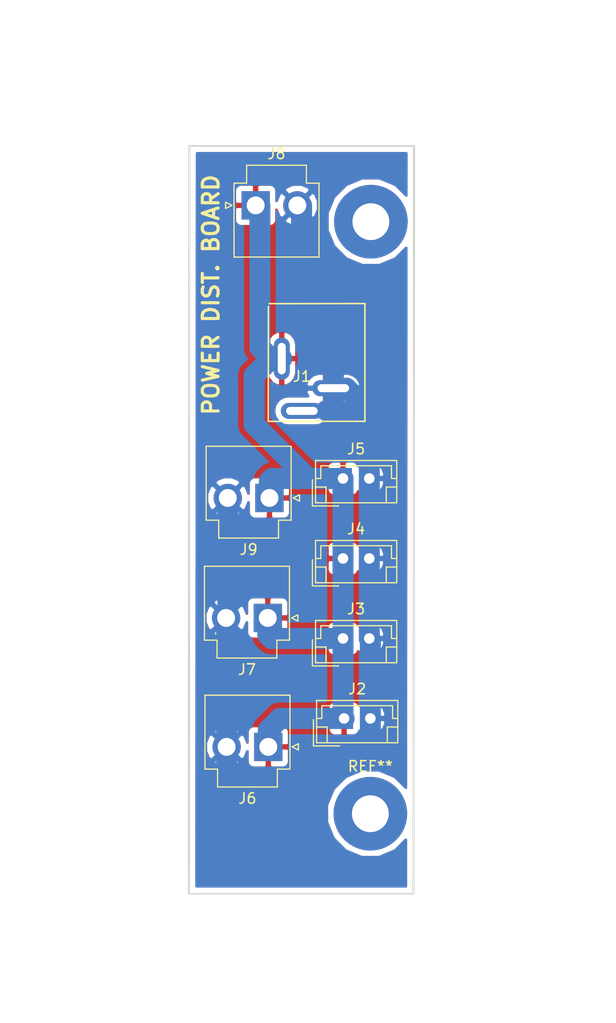
<source format=kicad_pcb>
(kicad_pcb (version 20171130) (host pcbnew "(5.0.0-3-g5ebb6b6)")

  (general
    (thickness 1.6)
    (drawings 7)
    (tracks 47)
    (zones 0)
    (modules 11)
    (nets 3)
  )

  (page A4)
  (layers
    (0 F.Cu signal)
    (31 B.Cu signal)
    (32 B.Adhes user)
    (33 F.Adhes user)
    (34 B.Paste user)
    (35 F.Paste user)
    (36 B.SilkS user)
    (37 F.SilkS user)
    (38 B.Mask user)
    (39 F.Mask user)
    (40 Dwgs.User user)
    (41 Cmts.User user)
    (42 Eco1.User user)
    (43 Eco2.User user)
    (44 Edge.Cuts user)
    (45 Margin user)
    (46 B.CrtYd user)
    (47 F.CrtYd user)
    (48 B.Fab user)
    (49 F.Fab user)
  )

  (setup
    (last_trace_width 0.25)
    (trace_clearance 0.2)
    (zone_clearance 0.508)
    (zone_45_only no)
    (trace_min 0.2)
    (segment_width 0.2)
    (edge_width 0.15)
    (via_size 0.8)
    (via_drill 0.4)
    (via_min_size 0.4)
    (via_min_drill 0.3)
    (uvia_size 0.3)
    (uvia_drill 0.1)
    (uvias_allowed no)
    (uvia_min_size 0.2)
    (uvia_min_drill 0.1)
    (pcb_text_width 0.3)
    (pcb_text_size 1.5 1.5)
    (mod_edge_width 0.15)
    (mod_text_size 1 1)
    (mod_text_width 0.15)
    (pad_size 1.524 1.524)
    (pad_drill 0.762)
    (pad_to_mask_clearance 0.2)
    (aux_axis_origin 0 0)
    (visible_elements FFFFFF7F)
    (pcbplotparams
      (layerselection 0x010fc_ffffffff)
      (usegerberextensions false)
      (usegerberattributes false)
      (usegerberadvancedattributes false)
      (creategerberjobfile false)
      (excludeedgelayer true)
      (linewidth 0.100000)
      (plotframeref false)
      (viasonmask false)
      (mode 1)
      (useauxorigin false)
      (hpglpennumber 1)
      (hpglpenspeed 20)
      (hpglpendiameter 15.000000)
      (psnegative false)
      (psa4output false)
      (plotreference true)
      (plotvalue true)
      (plotinvisibletext false)
      (padsonsilk false)
      (subtractmaskfromsilk false)
      (outputformat 1)
      (mirror false)
      (drillshape 0)
      (scaleselection 1)
      (outputdirectory "Gerber/"))
  )

  (net 0 "")
  (net 1 "Net-(J1-Pad1)")
  (net 2 "Net-(J1-Pad2)")

  (net_class Default "This is the default net class."
    (clearance 0.2)
    (trace_width 0.25)
    (via_dia 0.8)
    (via_drill 0.4)
    (uvia_dia 0.3)
    (uvia_drill 0.1)
    (add_net "Net-(J1-Pad1)")
    (add_net "Net-(J1-Pad2)")
  )

  (module MountingHole:MountingHole_3.5mm_Pad (layer F.Cu) (tedit 56D1B4CB) (tstamp 5CD4953E)
    (at 158.05 138.75)
    (descr "Mounting Hole 3.5mm")
    (tags "mounting hole 3.5mm")
    (attr virtual)
    (fp_text reference REF** (at 0 -4.5) (layer F.SilkS)
      (effects (font (size 1 1) (thickness 0.15)))
    )
    (fp_text value MountingHole_3.5mm_Pad (at 0 4.5) (layer F.Fab)
      (effects (font (size 1 1) (thickness 0.15)))
    )
    (fp_text user %R (at 0.3 0) (layer F.Fab)
      (effects (font (size 1 1) (thickness 0.15)))
    )
    (fp_circle (center 0 0) (end 3.5 0) (layer Cmts.User) (width 0.15))
    (fp_circle (center 0 0) (end 3.75 0) (layer F.CrtYd) (width 0.05))
    (pad 1 thru_hole circle (at 0 0) (size 7 7) (drill 3.5) (layers *.Cu *.Mask))
  )

  (module "Connector_BarrelJack:Barrel Jack Vertical" (layer F.Cu) (tedit 5C6FD438) (tstamp 5CD49ABD)
    (at 151.55 96.7)
    (path /5C6FCBD8)
    (fp_text reference J1 (at 0 0.5) (layer F.SilkS)
      (effects (font (size 1 1) (thickness 0.15)))
    )
    (fp_text value Barrel_Jack_MountingPin (at 0 -0.5) (layer F.Fab)
      (effects (font (size 1 1) (thickness 0.15)))
    )
    (fp_line (start -3.19 -6.15) (end -3.2 4.77) (layer F.SilkS) (width 0.15))
    (fp_line (start -3.2 4.77) (end 5.98 4.77) (layer F.SilkS) (width 0.15))
    (fp_line (start 5.98 4.77) (end 5.98 -6.42) (layer F.SilkS) (width 0.15))
    (fp_line (start 5.98 -6.42) (end -3.12 -6.41) (layer F.SilkS) (width 0.15))
    (pad 1 thru_hole oval (at -1.92 -1.19) (size 1.524 4) (drill oval 0.762 3) (layers *.Cu *.Mask)
      (net 1 "Net-(J1-Pad1)"))
    (pad 2 thru_hole oval (at 2.98 1.62 270) (size 1.524 4) (drill oval 0.762 3) (layers *.Cu *.Mask)
      (net 2 "Net-(J1-Pad2)"))
    (pad 3 thru_hole oval (at -0.01 3.78 270) (size 1.524 4) (drill oval 0.762 3) (layers *.Cu *.Mask))
  )

  (module Connector_JST:JST_EH_B02B-EH-A_1x02_P2.50mm_Vertical (layer F.Cu) (tedit 5A0EB040) (tstamp 5C87D28C)
    (at 155.55 129.7)
    (descr "JST EH series connector, B02B-EH-A (http://www.jst-mfg.com/product/pdf/eng/eEH.pdf), generated with kicad-footprint-generator")
    (tags "connector JST EH side entry")
    (path /5C6FCC2E)
    (fp_text reference J2 (at 1.25 -2.8) (layer F.SilkS)
      (effects (font (size 1 1) (thickness 0.15)))
    )
    (fp_text value Conn_01x02 (at 1.25 3.4) (layer F.Fab)
      (effects (font (size 1 1) (thickness 0.15)))
    )
    (fp_line (start -2.5 -1.6) (end -2.5 2.2) (layer F.Fab) (width 0.1))
    (fp_line (start -2.5 2.2) (end 5 2.2) (layer F.Fab) (width 0.1))
    (fp_line (start 5 2.2) (end 5 -1.6) (layer F.Fab) (width 0.1))
    (fp_line (start 5 -1.6) (end -2.5 -1.6) (layer F.Fab) (width 0.1))
    (fp_line (start -3 -2.1) (end -3 2.7) (layer F.CrtYd) (width 0.05))
    (fp_line (start -3 2.7) (end 5.5 2.7) (layer F.CrtYd) (width 0.05))
    (fp_line (start 5.5 2.7) (end 5.5 -2.1) (layer F.CrtYd) (width 0.05))
    (fp_line (start 5.5 -2.1) (end -3 -2.1) (layer F.CrtYd) (width 0.05))
    (fp_line (start -2.61 -1.71) (end -2.61 2.31) (layer F.SilkS) (width 0.12))
    (fp_line (start -2.61 2.31) (end 5.11 2.31) (layer F.SilkS) (width 0.12))
    (fp_line (start 5.11 2.31) (end 5.11 -1.71) (layer F.SilkS) (width 0.12))
    (fp_line (start 5.11 -1.71) (end -2.61 -1.71) (layer F.SilkS) (width 0.12))
    (fp_line (start -2.61 0) (end -2.11 0) (layer F.SilkS) (width 0.12))
    (fp_line (start -2.11 0) (end -2.11 -1.21) (layer F.SilkS) (width 0.12))
    (fp_line (start -2.11 -1.21) (end 4.61 -1.21) (layer F.SilkS) (width 0.12))
    (fp_line (start 4.61 -1.21) (end 4.61 0) (layer F.SilkS) (width 0.12))
    (fp_line (start 4.61 0) (end 5.11 0) (layer F.SilkS) (width 0.12))
    (fp_line (start -2.61 0.81) (end -1.61 0.81) (layer F.SilkS) (width 0.12))
    (fp_line (start -1.61 0.81) (end -1.61 2.31) (layer F.SilkS) (width 0.12))
    (fp_line (start 5.11 0.81) (end 4.11 0.81) (layer F.SilkS) (width 0.12))
    (fp_line (start 4.11 0.81) (end 4.11 2.31) (layer F.SilkS) (width 0.12))
    (fp_line (start -2.91 0.11) (end -2.91 2.61) (layer F.SilkS) (width 0.12))
    (fp_line (start -2.91 2.61) (end -0.41 2.61) (layer F.SilkS) (width 0.12))
    (fp_line (start -2.91 0.11) (end -2.91 2.61) (layer F.Fab) (width 0.1))
    (fp_line (start -2.91 2.61) (end -0.41 2.61) (layer F.Fab) (width 0.1))
    (fp_text user %R (at 1.25 1.5) (layer F.Fab)
      (effects (font (size 1 1) (thickness 0.15)))
    )
    (pad 1 thru_hole rect (at 0 0) (size 1.7 2) (drill 1) (layers *.Cu *.Mask)
      (net 1 "Net-(J1-Pad1)"))
    (pad 2 thru_hole oval (at 2.5 0) (size 1.7 2) (drill 1) (layers *.Cu *.Mask)
      (net 2 "Net-(J1-Pad2)"))
    (model ${KISYS3DMOD}/Connector_JST.3dshapes/JST_EH_B02B-EH-A_1x02_P2.50mm_Vertical.wrl
      (at (xyz 0 0 0))
      (scale (xyz 1 1 1))
      (rotate (xyz 0 0 0))
    )
  )

  (module Connector_JST:JST_EH_B02B-EH-A_1x02_P2.50mm_Vertical (layer F.Cu) (tedit 5A0EB040) (tstamp 5C87D178)
    (at 155.45 122.1)
    (descr "JST EH series connector, B02B-EH-A (http://www.jst-mfg.com/product/pdf/eng/eEH.pdf), generated with kicad-footprint-generator")
    (tags "connector JST EH side entry")
    (path /5C6FCC92)
    (fp_text reference J3 (at 1.25 -2.8) (layer F.SilkS)
      (effects (font (size 1 1) (thickness 0.15)))
    )
    (fp_text value Conn_01x02 (at 1.25 3.4) (layer F.Fab)
      (effects (font (size 1 1) (thickness 0.15)))
    )
    (fp_text user %R (at 1.25 1.5) (layer F.Fab)
      (effects (font (size 1 1) (thickness 0.15)))
    )
    (fp_line (start -2.91 2.61) (end -0.41 2.61) (layer F.Fab) (width 0.1))
    (fp_line (start -2.91 0.11) (end -2.91 2.61) (layer F.Fab) (width 0.1))
    (fp_line (start -2.91 2.61) (end -0.41 2.61) (layer F.SilkS) (width 0.12))
    (fp_line (start -2.91 0.11) (end -2.91 2.61) (layer F.SilkS) (width 0.12))
    (fp_line (start 4.11 0.81) (end 4.11 2.31) (layer F.SilkS) (width 0.12))
    (fp_line (start 5.11 0.81) (end 4.11 0.81) (layer F.SilkS) (width 0.12))
    (fp_line (start -1.61 0.81) (end -1.61 2.31) (layer F.SilkS) (width 0.12))
    (fp_line (start -2.61 0.81) (end -1.61 0.81) (layer F.SilkS) (width 0.12))
    (fp_line (start 4.61 0) (end 5.11 0) (layer F.SilkS) (width 0.12))
    (fp_line (start 4.61 -1.21) (end 4.61 0) (layer F.SilkS) (width 0.12))
    (fp_line (start -2.11 -1.21) (end 4.61 -1.21) (layer F.SilkS) (width 0.12))
    (fp_line (start -2.11 0) (end -2.11 -1.21) (layer F.SilkS) (width 0.12))
    (fp_line (start -2.61 0) (end -2.11 0) (layer F.SilkS) (width 0.12))
    (fp_line (start 5.11 -1.71) (end -2.61 -1.71) (layer F.SilkS) (width 0.12))
    (fp_line (start 5.11 2.31) (end 5.11 -1.71) (layer F.SilkS) (width 0.12))
    (fp_line (start -2.61 2.31) (end 5.11 2.31) (layer F.SilkS) (width 0.12))
    (fp_line (start -2.61 -1.71) (end -2.61 2.31) (layer F.SilkS) (width 0.12))
    (fp_line (start 5.5 -2.1) (end -3 -2.1) (layer F.CrtYd) (width 0.05))
    (fp_line (start 5.5 2.7) (end 5.5 -2.1) (layer F.CrtYd) (width 0.05))
    (fp_line (start -3 2.7) (end 5.5 2.7) (layer F.CrtYd) (width 0.05))
    (fp_line (start -3 -2.1) (end -3 2.7) (layer F.CrtYd) (width 0.05))
    (fp_line (start 5 -1.6) (end -2.5 -1.6) (layer F.Fab) (width 0.1))
    (fp_line (start 5 2.2) (end 5 -1.6) (layer F.Fab) (width 0.1))
    (fp_line (start -2.5 2.2) (end 5 2.2) (layer F.Fab) (width 0.1))
    (fp_line (start -2.5 -1.6) (end -2.5 2.2) (layer F.Fab) (width 0.1))
    (pad 2 thru_hole oval (at 2.5 0) (size 1.7 2) (drill 1) (layers *.Cu *.Mask)
      (net 2 "Net-(J1-Pad2)"))
    (pad 1 thru_hole rect (at 0 0) (size 1.7 2) (drill 1) (layers *.Cu *.Mask)
      (net 1 "Net-(J1-Pad1)"))
    (model ${KISYS3DMOD}/Connector_JST.3dshapes/JST_EH_B02B-EH-A_1x02_P2.50mm_Vertical.wrl
      (at (xyz 0 0 0))
      (scale (xyz 1 1 1))
      (rotate (xyz 0 0 0))
    )
  )

  (module Connector_JST:JST_EH_B02B-EH-A_1x02_P2.50mm_Vertical (layer F.Cu) (tedit 5A0EB040) (tstamp 5C87D1D5)
    (at 155.45 114.5)
    (descr "JST EH series connector, B02B-EH-A (http://www.jst-mfg.com/product/pdf/eng/eEH.pdf), generated with kicad-footprint-generator")
    (tags "connector JST EH side entry")
    (path /5C6FCCB7)
    (fp_text reference J4 (at 1.25 -2.8) (layer F.SilkS)
      (effects (font (size 1 1) (thickness 0.15)))
    )
    (fp_text value Conn_01x02 (at 1.25 3.4) (layer F.Fab)
      (effects (font (size 1 1) (thickness 0.15)))
    )
    (fp_line (start -2.5 -1.6) (end -2.5 2.2) (layer F.Fab) (width 0.1))
    (fp_line (start -2.5 2.2) (end 5 2.2) (layer F.Fab) (width 0.1))
    (fp_line (start 5 2.2) (end 5 -1.6) (layer F.Fab) (width 0.1))
    (fp_line (start 5 -1.6) (end -2.5 -1.6) (layer F.Fab) (width 0.1))
    (fp_line (start -3 -2.1) (end -3 2.7) (layer F.CrtYd) (width 0.05))
    (fp_line (start -3 2.7) (end 5.5 2.7) (layer F.CrtYd) (width 0.05))
    (fp_line (start 5.5 2.7) (end 5.5 -2.1) (layer F.CrtYd) (width 0.05))
    (fp_line (start 5.5 -2.1) (end -3 -2.1) (layer F.CrtYd) (width 0.05))
    (fp_line (start -2.61 -1.71) (end -2.61 2.31) (layer F.SilkS) (width 0.12))
    (fp_line (start -2.61 2.31) (end 5.11 2.31) (layer F.SilkS) (width 0.12))
    (fp_line (start 5.11 2.31) (end 5.11 -1.71) (layer F.SilkS) (width 0.12))
    (fp_line (start 5.11 -1.71) (end -2.61 -1.71) (layer F.SilkS) (width 0.12))
    (fp_line (start -2.61 0) (end -2.11 0) (layer F.SilkS) (width 0.12))
    (fp_line (start -2.11 0) (end -2.11 -1.21) (layer F.SilkS) (width 0.12))
    (fp_line (start -2.11 -1.21) (end 4.61 -1.21) (layer F.SilkS) (width 0.12))
    (fp_line (start 4.61 -1.21) (end 4.61 0) (layer F.SilkS) (width 0.12))
    (fp_line (start 4.61 0) (end 5.11 0) (layer F.SilkS) (width 0.12))
    (fp_line (start -2.61 0.81) (end -1.61 0.81) (layer F.SilkS) (width 0.12))
    (fp_line (start -1.61 0.81) (end -1.61 2.31) (layer F.SilkS) (width 0.12))
    (fp_line (start 5.11 0.81) (end 4.11 0.81) (layer F.SilkS) (width 0.12))
    (fp_line (start 4.11 0.81) (end 4.11 2.31) (layer F.SilkS) (width 0.12))
    (fp_line (start -2.91 0.11) (end -2.91 2.61) (layer F.SilkS) (width 0.12))
    (fp_line (start -2.91 2.61) (end -0.41 2.61) (layer F.SilkS) (width 0.12))
    (fp_line (start -2.91 0.11) (end -2.91 2.61) (layer F.Fab) (width 0.1))
    (fp_line (start -2.91 2.61) (end -0.41 2.61) (layer F.Fab) (width 0.1))
    (fp_text user %R (at 1.25 1.5) (layer F.Fab)
      (effects (font (size 1 1) (thickness 0.15)))
    )
    (pad 1 thru_hole rect (at 0 0) (size 1.7 2) (drill 1) (layers *.Cu *.Mask)
      (net 1 "Net-(J1-Pad1)"))
    (pad 2 thru_hole oval (at 2.5 0) (size 1.7 2) (drill 1) (layers *.Cu *.Mask)
      (net 2 "Net-(J1-Pad2)"))
    (model ${KISYS3DMOD}/Connector_JST.3dshapes/JST_EH_B02B-EH-A_1x02_P2.50mm_Vertical.wrl
      (at (xyz 0 0 0))
      (scale (xyz 1 1 1))
      (rotate (xyz 0 0 0))
    )
  )

  (module Connector_JST:JST_EH_B02B-EH-A_1x02_P2.50mm_Vertical (layer F.Cu) (tedit 5A0EB040) (tstamp 5C87D11B)
    (at 155.45 106.9)
    (descr "JST EH series connector, B02B-EH-A (http://www.jst-mfg.com/product/pdf/eng/eEH.pdf), generated with kicad-footprint-generator")
    (tags "connector JST EH side entry")
    (path /5C6FCCDB)
    (fp_text reference J5 (at 1.25 -2.8) (layer F.SilkS)
      (effects (font (size 1 1) (thickness 0.15)))
    )
    (fp_text value Conn_01x02 (at 1.25 3.4) (layer F.Fab)
      (effects (font (size 1 1) (thickness 0.15)))
    )
    (fp_text user %R (at 1.25 1.5) (layer F.Fab)
      (effects (font (size 1 1) (thickness 0.15)))
    )
    (fp_line (start -2.91 2.61) (end -0.41 2.61) (layer F.Fab) (width 0.1))
    (fp_line (start -2.91 0.11) (end -2.91 2.61) (layer F.Fab) (width 0.1))
    (fp_line (start -2.91 2.61) (end -0.41 2.61) (layer F.SilkS) (width 0.12))
    (fp_line (start -2.91 0.11) (end -2.91 2.61) (layer F.SilkS) (width 0.12))
    (fp_line (start 4.11 0.81) (end 4.11 2.31) (layer F.SilkS) (width 0.12))
    (fp_line (start 5.11 0.81) (end 4.11 0.81) (layer F.SilkS) (width 0.12))
    (fp_line (start -1.61 0.81) (end -1.61 2.31) (layer F.SilkS) (width 0.12))
    (fp_line (start -2.61 0.81) (end -1.61 0.81) (layer F.SilkS) (width 0.12))
    (fp_line (start 4.61 0) (end 5.11 0) (layer F.SilkS) (width 0.12))
    (fp_line (start 4.61 -1.21) (end 4.61 0) (layer F.SilkS) (width 0.12))
    (fp_line (start -2.11 -1.21) (end 4.61 -1.21) (layer F.SilkS) (width 0.12))
    (fp_line (start -2.11 0) (end -2.11 -1.21) (layer F.SilkS) (width 0.12))
    (fp_line (start -2.61 0) (end -2.11 0) (layer F.SilkS) (width 0.12))
    (fp_line (start 5.11 -1.71) (end -2.61 -1.71) (layer F.SilkS) (width 0.12))
    (fp_line (start 5.11 2.31) (end 5.11 -1.71) (layer F.SilkS) (width 0.12))
    (fp_line (start -2.61 2.31) (end 5.11 2.31) (layer F.SilkS) (width 0.12))
    (fp_line (start -2.61 -1.71) (end -2.61 2.31) (layer F.SilkS) (width 0.12))
    (fp_line (start 5.5 -2.1) (end -3 -2.1) (layer F.CrtYd) (width 0.05))
    (fp_line (start 5.5 2.7) (end 5.5 -2.1) (layer F.CrtYd) (width 0.05))
    (fp_line (start -3 2.7) (end 5.5 2.7) (layer F.CrtYd) (width 0.05))
    (fp_line (start -3 -2.1) (end -3 2.7) (layer F.CrtYd) (width 0.05))
    (fp_line (start 5 -1.6) (end -2.5 -1.6) (layer F.Fab) (width 0.1))
    (fp_line (start 5 2.2) (end 5 -1.6) (layer F.Fab) (width 0.1))
    (fp_line (start -2.5 2.2) (end 5 2.2) (layer F.Fab) (width 0.1))
    (fp_line (start -2.5 -1.6) (end -2.5 2.2) (layer F.Fab) (width 0.1))
    (pad 2 thru_hole oval (at 2.5 0) (size 1.7 2) (drill 1) (layers *.Cu *.Mask)
      (net 2 "Net-(J1-Pad2)"))
    (pad 1 thru_hole rect (at 0 0) (size 1.7 2) (drill 1) (layers *.Cu *.Mask)
      (net 1 "Net-(J1-Pad1)"))
    (model ${KISYS3DMOD}/Connector_JST.3dshapes/JST_EH_B02B-EH-A_1x02_P2.50mm_Vertical.wrl
      (at (xyz 0 0 0))
      (scale (xyz 1 1 1))
      (rotate (xyz 0 0 0))
    )
  )

  (module Connector_JST:JST_VH_B2P-VH-B_1x02_P3.96mm_Vertical (layer F.Cu) (tedit 5A0E417B) (tstamp 5C87D0C0)
    (at 148.35 132.4 180)
    (descr "JST VH PBT series connector, B2P-VH-B (http://www.jst-mfg.com/product/pdf/eng/eVH.pdf), generated with kicad-footprint-generator")
    (tags "connector JST VH side entry")
    (path /5C6FCD05)
    (fp_text reference J6 (at 1.98 -4.9 180) (layer F.SilkS)
      (effects (font (size 1 1) (thickness 0.15)))
    )
    (fp_text value Conn_01x02 (at 1.98 6 180) (layer F.Fab)
      (effects (font (size 1 1) (thickness 0.15)))
    )
    (fp_line (start -1.95 -2) (end -1.95 4.8) (layer F.Fab) (width 0.1))
    (fp_line (start -1.95 4.8) (end 5.91 4.8) (layer F.Fab) (width 0.1))
    (fp_line (start 5.91 4.8) (end 5.91 -2) (layer F.Fab) (width 0.1))
    (fp_line (start 5.91 -2) (end -1.95 -2) (layer F.Fab) (width 0.1))
    (fp_line (start -0.75 -2) (end -0.75 -3.7) (layer F.Fab) (width 0.1))
    (fp_line (start -0.75 -3.7) (end 4.71 -3.7) (layer F.Fab) (width 0.1))
    (fp_line (start 4.71 -3.7) (end 4.71 -2) (layer F.Fab) (width 0.1))
    (fp_line (start -1.95 -1) (end -0.95 0) (layer F.Fab) (width 0.1))
    (fp_line (start -1.95 1) (end -0.95 0) (layer F.Fab) (width 0.1))
    (fp_line (start -2.45 -4.2) (end -2.45 5.3) (layer F.CrtYd) (width 0.05))
    (fp_line (start -2.45 5.3) (end 6.41 5.3) (layer F.CrtYd) (width 0.05))
    (fp_line (start 6.41 5.3) (end 6.41 -4.2) (layer F.CrtYd) (width 0.05))
    (fp_line (start 6.41 -4.2) (end -2.45 -4.2) (layer F.CrtYd) (width 0.05))
    (fp_line (start -2.06 4.91) (end -2.06 -2.11) (layer F.SilkS) (width 0.12))
    (fp_line (start -2.06 -2.11) (end -0.86 -2.11) (layer F.SilkS) (width 0.12))
    (fp_line (start -0.86 -2.11) (end -0.86 -3.81) (layer F.SilkS) (width 0.12))
    (fp_line (start -0.86 -3.81) (end 4.82 -3.81) (layer F.SilkS) (width 0.12))
    (fp_line (start 4.82 -3.81) (end 4.82 -2.11) (layer F.SilkS) (width 0.12))
    (fp_line (start 4.82 -2.11) (end 6.02 -2.11) (layer F.SilkS) (width 0.12))
    (fp_line (start 6.02 -2.11) (end 6.02 4.91) (layer F.SilkS) (width 0.12))
    (fp_line (start 6.02 4.91) (end -2.06 4.91) (layer F.SilkS) (width 0.12))
    (fp_line (start -2.26 0) (end -2.86 0.3) (layer F.SilkS) (width 0.12))
    (fp_line (start -2.86 0.3) (end -2.86 -0.3) (layer F.SilkS) (width 0.12))
    (fp_line (start -2.86 -0.3) (end -2.26 0) (layer F.SilkS) (width 0.12))
    (fp_text user %R (at 1.98 4.1 180) (layer F.Fab)
      (effects (font (size 1 1) (thickness 0.15)))
    )
    (pad 1 thru_hole rect (at 0 0 180) (size 2.7 2.7) (drill 1.7) (layers *.Cu *.Mask)
      (net 1 "Net-(J1-Pad1)"))
    (pad 2 thru_hole circle (at 3.96 0 180) (size 2.7 2.7) (drill 1.7) (layers *.Cu *.Mask)
      (net 2 "Net-(J1-Pad2)"))
    (model ${KISYS3DMOD}/Connector_JST.3dshapes/JST_VH_B2P-VH-B_1x02_P3.96mm_Vertical.wrl
      (at (xyz 0 0 0))
      (scale (xyz 1 1 1))
      (rotate (xyz 0 0 0))
    )
  )

  (module Connector_JST:JST_VH_B2P-VH-B_1x02_P3.96mm_Vertical (layer F.Cu) (tedit 5A0E417B) (tstamp 5CD49A2D)
    (at 148.3 120.15 180)
    (descr "JST VH PBT series connector, B2P-VH-B (http://www.jst-mfg.com/product/pdf/eng/eVH.pdf), generated with kicad-footprint-generator")
    (tags "connector JST VH side entry")
    (path /5C6FCD2D)
    (fp_text reference J7 (at 1.98 -4.9 180) (layer F.SilkS)
      (effects (font (size 1 1) (thickness 0.15)))
    )
    (fp_text value Conn_01x02 (at 1.98 6 180) (layer F.Fab)
      (effects (font (size 1 1) (thickness 0.15)))
    )
    (fp_text user %R (at 1.98 4.1 180) (layer F.Fab)
      (effects (font (size 1 1) (thickness 0.15)))
    )
    (fp_line (start -2.86 -0.3) (end -2.26 0) (layer F.SilkS) (width 0.12))
    (fp_line (start -2.86 0.3) (end -2.86 -0.3) (layer F.SilkS) (width 0.12))
    (fp_line (start -2.26 0) (end -2.86 0.3) (layer F.SilkS) (width 0.12))
    (fp_line (start 6.02 4.91) (end -2.06 4.91) (layer F.SilkS) (width 0.12))
    (fp_line (start 6.02 -2.11) (end 6.02 4.91) (layer F.SilkS) (width 0.12))
    (fp_line (start 4.82 -2.11) (end 6.02 -2.11) (layer F.SilkS) (width 0.12))
    (fp_line (start 4.82 -3.81) (end 4.82 -2.11) (layer F.SilkS) (width 0.12))
    (fp_line (start -0.86 -3.81) (end 4.82 -3.81) (layer F.SilkS) (width 0.12))
    (fp_line (start -0.86 -2.11) (end -0.86 -3.81) (layer F.SilkS) (width 0.12))
    (fp_line (start -2.06 -2.11) (end -0.86 -2.11) (layer F.SilkS) (width 0.12))
    (fp_line (start -2.06 4.91) (end -2.06 -2.11) (layer F.SilkS) (width 0.12))
    (fp_line (start 6.41 -4.2) (end -2.45 -4.2) (layer F.CrtYd) (width 0.05))
    (fp_line (start 6.41 5.3) (end 6.41 -4.2) (layer F.CrtYd) (width 0.05))
    (fp_line (start -2.45 5.3) (end 6.41 5.3) (layer F.CrtYd) (width 0.05))
    (fp_line (start -2.45 -4.2) (end -2.45 5.3) (layer F.CrtYd) (width 0.05))
    (fp_line (start -1.95 1) (end -0.95 0) (layer F.Fab) (width 0.1))
    (fp_line (start -1.95 -1) (end -0.95 0) (layer F.Fab) (width 0.1))
    (fp_line (start 4.71 -3.7) (end 4.71 -2) (layer F.Fab) (width 0.1))
    (fp_line (start -0.75 -3.7) (end 4.71 -3.7) (layer F.Fab) (width 0.1))
    (fp_line (start -0.75 -2) (end -0.75 -3.7) (layer F.Fab) (width 0.1))
    (fp_line (start 5.91 -2) (end -1.95 -2) (layer F.Fab) (width 0.1))
    (fp_line (start 5.91 4.8) (end 5.91 -2) (layer F.Fab) (width 0.1))
    (fp_line (start -1.95 4.8) (end 5.91 4.8) (layer F.Fab) (width 0.1))
    (fp_line (start -1.95 -2) (end -1.95 4.8) (layer F.Fab) (width 0.1))
    (pad 2 thru_hole circle (at 3.96 0 180) (size 2.7 2.7) (drill 1.7) (layers *.Cu *.Mask)
      (net 2 "Net-(J1-Pad2)"))
    (pad 1 thru_hole rect (at 0 0 180) (size 2.7 2.7) (drill 1.7) (layers *.Cu *.Mask)
      (net 1 "Net-(J1-Pad1)"))
    (model ${KISYS3DMOD}/Connector_JST.3dshapes/JST_VH_B2P-VH-B_1x02_P3.96mm_Vertical.wrl
      (at (xyz 0 0 0))
      (scale (xyz 1 1 1))
      (rotate (xyz 0 0 0))
    )
  )

  (module MountingHole:MountingHole_3.5mm_Pad (layer F.Cu) (tedit 5CC86202) (tstamp 5CD49506)
    (at 158.1 82.5)
    (descr "Mounting Hole 3.5mm")
    (tags "mounting hole 3.5mm")
    (attr virtual)
    (fp_text reference REF** (at 0 -4.5) (layer F.SilkS) hide
      (effects (font (size 1 1) (thickness 0.15)))
    )
    (fp_text value MountingHole_3.5mm_Pad (at 0 4.5) (layer F.Fab)
      (effects (font (size 1 1) (thickness 0.15)))
    )
    (fp_circle (center 0 0) (end 3.75 0) (layer F.CrtYd) (width 0.05))
    (fp_circle (center 0 0) (end 3.5 0) (layer Cmts.User) (width 0.15))
    (fp_text user %R (at 0.3 0) (layer F.Fab)
      (effects (font (size 1 1) (thickness 0.15)))
    )
    (pad 1 thru_hole circle (at 0 0) (size 7 7) (drill 3.5) (layers *.Cu *.Mask))
  )

  (module Connector_JST:JST_VH_B2P-VH-B_1x02_P3.96mm_Vertical (layer F.Cu) (tedit 5A0E417B) (tstamp 5CE05BF6)
    (at 147.15 80.95)
    (descr "JST VH PBT series connector, B2P-VH-B (http://www.jst-mfg.com/product/pdf/eng/eVH.pdf), generated with kicad-footprint-generator")
    (tags "connector JST VH side entry")
    (path /5CC866AE)
    (fp_text reference J8 (at 1.98 -4.9) (layer F.SilkS)
      (effects (font (size 1 1) (thickness 0.15)))
    )
    (fp_text value Conn_01x02 (at 1.98 6) (layer F.Fab)
      (effects (font (size 1 1) (thickness 0.15)))
    )
    (fp_line (start -1.95 -2) (end -1.95 4.8) (layer F.Fab) (width 0.1))
    (fp_line (start -1.95 4.8) (end 5.91 4.8) (layer F.Fab) (width 0.1))
    (fp_line (start 5.91 4.8) (end 5.91 -2) (layer F.Fab) (width 0.1))
    (fp_line (start 5.91 -2) (end -1.95 -2) (layer F.Fab) (width 0.1))
    (fp_line (start -0.75 -2) (end -0.75 -3.7) (layer F.Fab) (width 0.1))
    (fp_line (start -0.75 -3.7) (end 4.71 -3.7) (layer F.Fab) (width 0.1))
    (fp_line (start 4.71 -3.7) (end 4.71 -2) (layer F.Fab) (width 0.1))
    (fp_line (start -1.95 -1) (end -0.95 0) (layer F.Fab) (width 0.1))
    (fp_line (start -1.95 1) (end -0.95 0) (layer F.Fab) (width 0.1))
    (fp_line (start -2.45 -4.2) (end -2.45 5.3) (layer F.CrtYd) (width 0.05))
    (fp_line (start -2.45 5.3) (end 6.41 5.3) (layer F.CrtYd) (width 0.05))
    (fp_line (start 6.41 5.3) (end 6.41 -4.2) (layer F.CrtYd) (width 0.05))
    (fp_line (start 6.41 -4.2) (end -2.45 -4.2) (layer F.CrtYd) (width 0.05))
    (fp_line (start -2.06 4.91) (end -2.06 -2.11) (layer F.SilkS) (width 0.12))
    (fp_line (start -2.06 -2.11) (end -0.86 -2.11) (layer F.SilkS) (width 0.12))
    (fp_line (start -0.86 -2.11) (end -0.86 -3.81) (layer F.SilkS) (width 0.12))
    (fp_line (start -0.86 -3.81) (end 4.82 -3.81) (layer F.SilkS) (width 0.12))
    (fp_line (start 4.82 -3.81) (end 4.82 -2.11) (layer F.SilkS) (width 0.12))
    (fp_line (start 4.82 -2.11) (end 6.02 -2.11) (layer F.SilkS) (width 0.12))
    (fp_line (start 6.02 -2.11) (end 6.02 4.91) (layer F.SilkS) (width 0.12))
    (fp_line (start 6.02 4.91) (end -2.06 4.91) (layer F.SilkS) (width 0.12))
    (fp_line (start -2.26 0) (end -2.86 0.3) (layer F.SilkS) (width 0.12))
    (fp_line (start -2.86 0.3) (end -2.86 -0.3) (layer F.SilkS) (width 0.12))
    (fp_line (start -2.86 -0.3) (end -2.26 0) (layer F.SilkS) (width 0.12))
    (fp_text user %R (at 1.98 4.1) (layer F.Fab)
      (effects (font (size 1 1) (thickness 0.15)))
    )
    (pad 1 thru_hole rect (at 0 0) (size 2.7 2.7) (drill 1.7) (layers *.Cu *.Mask)
      (net 1 "Net-(J1-Pad1)"))
    (pad 2 thru_hole circle (at 3.96 0) (size 2.7 2.7) (drill 1.7) (layers *.Cu *.Mask)
      (net 2 "Net-(J1-Pad2)"))
    (model ${KISYS3DMOD}/Connector_JST.3dshapes/JST_VH_B2P-VH-B_1x02_P3.96mm_Vertical.wrl
      (at (xyz 0 0 0))
      (scale (xyz 1 1 1))
      (rotate (xyz 0 0 0))
    )
  )

  (module Connector_JST:JST_VH_B2P-VH-B_1x02_P3.96mm_Vertical (layer F.Cu) (tedit 5A0E417B) (tstamp 5CE05C15)
    (at 148.46 108.75 180)
    (descr "JST VH PBT series connector, B2P-VH-B (http://www.jst-mfg.com/product/pdf/eng/eVH.pdf), generated with kicad-footprint-generator")
    (tags "connector JST VH side entry")
    (path /5CC866D9)
    (fp_text reference J9 (at 1.98 -4.9 180) (layer F.SilkS)
      (effects (font (size 1 1) (thickness 0.15)))
    )
    (fp_text value Conn_01x02 (at 1.98 6 180) (layer F.Fab)
      (effects (font (size 1 1) (thickness 0.15)))
    )
    (fp_text user %R (at 1.98 4.1 180) (layer F.Fab)
      (effects (font (size 1 1) (thickness 0.15)))
    )
    (fp_line (start -2.86 -0.3) (end -2.26 0) (layer F.SilkS) (width 0.12))
    (fp_line (start -2.86 0.3) (end -2.86 -0.3) (layer F.SilkS) (width 0.12))
    (fp_line (start -2.26 0) (end -2.86 0.3) (layer F.SilkS) (width 0.12))
    (fp_line (start 6.02 4.91) (end -2.06 4.91) (layer F.SilkS) (width 0.12))
    (fp_line (start 6.02 -2.11) (end 6.02 4.91) (layer F.SilkS) (width 0.12))
    (fp_line (start 4.82 -2.11) (end 6.02 -2.11) (layer F.SilkS) (width 0.12))
    (fp_line (start 4.82 -3.81) (end 4.82 -2.11) (layer F.SilkS) (width 0.12))
    (fp_line (start -0.86 -3.81) (end 4.82 -3.81) (layer F.SilkS) (width 0.12))
    (fp_line (start -0.86 -2.11) (end -0.86 -3.81) (layer F.SilkS) (width 0.12))
    (fp_line (start -2.06 -2.11) (end -0.86 -2.11) (layer F.SilkS) (width 0.12))
    (fp_line (start -2.06 4.91) (end -2.06 -2.11) (layer F.SilkS) (width 0.12))
    (fp_line (start 6.41 -4.2) (end -2.45 -4.2) (layer F.CrtYd) (width 0.05))
    (fp_line (start 6.41 5.3) (end 6.41 -4.2) (layer F.CrtYd) (width 0.05))
    (fp_line (start -2.45 5.3) (end 6.41 5.3) (layer F.CrtYd) (width 0.05))
    (fp_line (start -2.45 -4.2) (end -2.45 5.3) (layer F.CrtYd) (width 0.05))
    (fp_line (start -1.95 1) (end -0.95 0) (layer F.Fab) (width 0.1))
    (fp_line (start -1.95 -1) (end -0.95 0) (layer F.Fab) (width 0.1))
    (fp_line (start 4.71 -3.7) (end 4.71 -2) (layer F.Fab) (width 0.1))
    (fp_line (start -0.75 -3.7) (end 4.71 -3.7) (layer F.Fab) (width 0.1))
    (fp_line (start -0.75 -2) (end -0.75 -3.7) (layer F.Fab) (width 0.1))
    (fp_line (start 5.91 -2) (end -1.95 -2) (layer F.Fab) (width 0.1))
    (fp_line (start 5.91 4.8) (end 5.91 -2) (layer F.Fab) (width 0.1))
    (fp_line (start -1.95 4.8) (end 5.91 4.8) (layer F.Fab) (width 0.1))
    (fp_line (start -1.95 -2) (end -1.95 4.8) (layer F.Fab) (width 0.1))
    (pad 2 thru_hole circle (at 3.96 0 180) (size 2.7 2.7) (drill 1.7) (layers *.Cu *.Mask)
      (net 2 "Net-(J1-Pad2)"))
    (pad 1 thru_hole rect (at 0 0 180) (size 2.7 2.7) (drill 1.7) (layers *.Cu *.Mask)
      (net 1 "Net-(J1-Pad1)"))
    (model ${KISYS3DMOD}/Connector_JST.3dshapes/JST_VH_B2P-VH-B_1x02_P3.96mm_Vertical.wrl
      (at (xyz 0 0 0))
      (scale (xyz 1 1 1))
      (rotate (xyz 0 0 0))
    )
  )

  (dimension 71.10007 (width 0.3) (layer Dwgs.User)
    (gr_text "71.100 mm" (at 172.864043 110.833454 270.0805847) (layer Dwgs.User)
      (effects (font (size 1.5 1.5) (thickness 0.3)))
    )
    (feature1 (pts (xy 161.15 146.4) (xy 171.400466 146.385583)))
    (feature2 (pts (xy 161.05 75.3) (xy 171.300466 75.285583)))
    (crossbar (pts (xy 170.714045 75.286408) (xy 170.814045 146.386408)))
    (arrow1a (pts (xy 170.814045 146.386408) (xy 170.22604 145.26073)))
    (arrow1b (pts (xy 170.814045 146.386408) (xy 171.398881 145.259081)))
    (arrow2a (pts (xy 170.714045 75.286408) (xy 170.129209 76.413735)))
    (arrow2b (pts (xy 170.714045 75.286408) (xy 171.30205 76.412086)))
  )
  (dimension 21.250059 (width 0.3) (layer Dwgs.User)
    (gr_text "21.250 mm" (at 151.507195 62.542068 359.8651866) (layer Dwgs.User)
      (effects (font (size 1.5 1.5) (thickness 0.3)))
    )
    (feature1 (pts (xy 162.1 76.25) (xy 162.128634 64.080643)))
    (feature2 (pts (xy 140.85 76.2) (xy 140.878634 64.030643)))
    (crossbar (pts (xy 140.877254 64.617062) (xy 162.127254 64.667062)))
    (arrow1a (pts (xy 162.127254 64.667062) (xy 160.999374 65.250831)))
    (arrow1b (pts (xy 162.127254 64.667062) (xy 161.002133 64.077992)))
    (arrow2a (pts (xy 140.877254 64.617062) (xy 142.002375 65.206132)))
    (arrow2b (pts (xy 140.877254 64.617062) (xy 142.005134 64.033293)))
  )
  (gr_text "POWER DIST. BOARD" (at 142.9 89.45 90) (layer F.SilkS)
    (effects (font (size 1.5 1.5) (thickness 0.3)))
  )
  (gr_line (start 140.8 146.35) (end 162.15 146.35) (layer Edge.Cuts) (width 0.15))
  (gr_line (start 162.2 75.3) (end 140.85 75.3) (layer Edge.Cuts) (width 0.15))
  (gr_line (start 140.85 75.3) (end 140.8 146.3) (layer Edge.Cuts) (width 0.2) (tstamp 5CD49988))
  (gr_line (start 162.15 146.3) (end 162.2 75.3) (layer Edge.Cuts) (width 0.2))

  (segment (start 155.45 108.15) (end 155.45 114.5) (width 2) (layer B.Cu) (net 1))
  (segment (start 155.45 106.9) (end 155.45 108.15) (width 2) (layer B.Cu) (net 1))
  (segment (start 155.45 114.5) (end 155.45 122.1) (width 2) (layer B.Cu) (net 1))
  (segment (start 155.45 129.6) (end 155.55 129.7) (width 2) (layer B.Cu) (net 1))
  (segment (start 155.45 122.1) (end 155.45 129.6) (width 2) (layer B.Cu) (net 1))
  (segment (start 149.45 129.7) (end 148.35 130.8) (width 2) (layer B.Cu) (net 1))
  (segment (start 148.35 130.8) (end 148.35 132.4) (width 2) (layer B.Cu) (net 1))
  (segment (start 155.55 129.7) (end 149.45 129.7) (width 2) (layer B.Cu) (net 1))
  (segment (start 148.3 121.75) (end 148.3 120.15) (width 2) (layer B.Cu) (net 1))
  (segment (start 148.65 122.1) (end 148.3 121.75) (width 2) (layer B.Cu) (net 1))
  (segment (start 155.45 122.1) (end 148.65 122.1) (width 2) (layer B.Cu) (net 1))
  (segment (start 147 97.128) (end 147 101.75) (width 2) (layer B.Cu) (net 1))
  (segment (start 148.618 95.51) (end 147 97.128) (width 2) (layer B.Cu) (net 1))
  (segment (start 152.15 106.9) (end 155.45 106.9) (width 2) (layer B.Cu) (net 1))
  (segment (start 147 101.75) (end 152.15 106.9) (width 2) (layer B.Cu) (net 1))
  (segment (start 148.618 95.51) (end 149.63 95.51) (width 2) (layer B.Cu) (net 1))
  (segment (start 147.55 94.442) (end 148.618 95.51) (width 2) (layer B.Cu) (net 1))
  (segment (start 147.55 80.95) (end 147.55 94.442) (width 2) (layer B.Cu) (net 1))
  (segment (start 148.71 106.9) (end 152.15 106.9) (width 2) (layer B.Cu) (net 1))
  (segment (start 148.46 107.15) (end 148.71 106.9) (width 2) (layer B.Cu) (net 1))
  (segment (start 148.46 108.75) (end 148.46 107.15) (width 2) (layer B.Cu) (net 1))
  (segment (start 144.39 120.2) (end 144.34 120.15) (width 2) (layer B.Cu) (net 2))
  (segment (start 144.39 132.4) (end 144.39 120.2) (width 2) (layer B.Cu) (net 2))
  (segment (start 144.39 132.4) (end 144.39 135.99) (width 2) (layer B.Cu) (net 2))
  (segment (start 144.39 135.99) (end 146.1 137.7) (width 2) (layer B.Cu) (net 2))
  (segment (start 146.1 137.7) (end 151.2 137.7) (width 2) (layer B.Cu) (net 2))
  (segment (start 151.2 137.7) (end 153 135.9) (width 2) (layer B.Cu) (net 2))
  (segment (start 153 135.9) (end 153 134.15) (width 2) (layer B.Cu) (net 2))
  (segment (start 153 134.15) (end 154.1 133.05) (width 2) (layer B.Cu) (net 2))
  (segment (start 154.1 133.05) (end 156.4 133.05) (width 2) (layer B.Cu) (net 2))
  (segment (start 158.05 131.4) (end 158.05 129.7) (width 2) (layer B.Cu) (net 2))
  (segment (start 156.4 133.05) (end 158.05 131.4) (width 2) (layer B.Cu) (net 2))
  (segment (start 158.05 122.2) (end 157.95 122.1) (width 2) (layer B.Cu) (net 2))
  (segment (start 158.05 129.7) (end 158.05 122.2) (width 2) (layer B.Cu) (net 2))
  (segment (start 157.95 122.1) (end 157.95 114.5) (width 2) (layer B.Cu) (net 2))
  (segment (start 157.95 114.5) (end 157.95 106.9) (width 2) (layer B.Cu) (net 2))
  (segment (start 155.768 98.32) (end 154.53 98.32) (width 2) (layer B.Cu) (net 2))
  (segment (start 157.95 100.502) (end 155.768 98.32) (width 2) (layer B.Cu) (net 2))
  (segment (start 157.95 106.9) (end 157.95 100.502) (width 2) (layer B.Cu) (net 2))
  (segment (start 154.53 100.265264) (end 154.345264 100.45) (width 2) (layer B.Cu) (net 2))
  (segment (start 154.53 98.32) (end 154.53 100.265264) (width 2) (layer B.Cu) (net 2))
  (segment (start 154.345264 100.45) (end 153.86501 100.45) (width 2) (layer B.Cu) (net 2))
  (segment (start 151.51 80.95) (end 151.51 88.36) (width 2) (layer B.Cu) (net 2))
  (segment (start 154.53 91.38) (end 154.53 98.32) (width 2) (layer B.Cu) (net 2))
  (segment (start 151.51 88.36) (end 154.53 91.38) (width 2) (layer B.Cu) (net 2))
  (segment (start 144.5 119.99) (end 144.34 120.15) (width 2) (layer B.Cu) (net 2))
  (segment (start 144.5 108.75) (end 144.5 119.99) (width 2) (layer B.Cu) (net 2))

  (zone (net 2) (net_name "Net-(J1-Pad2)") (layer B.Cu) (tstamp 5CE166D2) (hatch edge 0.508)
    (connect_pads (clearance 0.508))
    (min_thickness 0.254)
    (fill yes (arc_segments 16) (thermal_gap 0.508) (thermal_bridge_width 0.508))
    (polygon
      (pts
        (xy 129.8 67.45) (xy 129.95 153.3) (xy 174.05 153.3) (xy 174.05 66.7)
      )
    )
    (filled_polygon
      (pts
        (xy 161.461681 80.013909) (xy 160.442289 78.994517) (xy 158.922503 78.365) (xy 157.277497 78.365) (xy 155.757711 78.994517)
        (xy 154.594517 80.157711) (xy 153.965 81.677497) (xy 153.965 83.322503) (xy 154.594517 84.842289) (xy 155.757711 86.005483)
        (xy 157.277497 86.635) (xy 158.922503 86.635) (xy 160.442289 86.005483) (xy 161.458177 84.989595) (xy 161.422061 136.274289)
        (xy 160.392289 135.244517) (xy 158.872503 134.615) (xy 157.227497 134.615) (xy 155.707711 135.244517) (xy 154.544517 136.407711)
        (xy 153.915 137.927497) (xy 153.915 139.572503) (xy 154.544517 141.092289) (xy 155.707711 142.255483) (xy 157.227497 142.885)
        (xy 158.872503 142.885) (xy 160.392289 142.255483) (xy 161.418572 141.2292) (xy 161.415465 145.64) (xy 141.535464 145.64)
        (xy 141.543797 133.805593) (xy 143.164012 133.805593) (xy 143.305478 134.108782) (xy 144.041955 134.393737) (xy 144.831418 134.375164)
        (xy 145.474522 134.108782) (xy 145.615988 133.805593) (xy 144.39 132.579605) (xy 143.164012 133.805593) (xy 141.543797 133.805593)
        (xy 141.545032 132.051955) (xy 142.396263 132.051955) (xy 142.414836 132.841418) (xy 142.681218 133.484522) (xy 142.984407 133.625988)
        (xy 144.210395 132.4) (xy 142.984407 131.174012) (xy 142.681218 131.315478) (xy 142.396263 132.051955) (xy 141.545032 132.051955)
        (xy 141.545776 130.994407) (xy 143.164012 130.994407) (xy 144.39 132.220395) (xy 145.615988 130.994407) (xy 145.474522 130.691218)
        (xy 144.738045 130.406263) (xy 143.948582 130.424836) (xy 143.305478 130.691218) (xy 143.164012 130.994407) (xy 141.545776 130.994407)
        (xy 141.552424 121.555593) (xy 143.114012 121.555593) (xy 143.255478 121.858782) (xy 143.991955 122.143737) (xy 144.781418 122.125164)
        (xy 145.424522 121.858782) (xy 145.565988 121.555593) (xy 144.34 120.329605) (xy 143.114012 121.555593) (xy 141.552424 121.555593)
        (xy 141.553659 119.801955) (xy 142.346263 119.801955) (xy 142.364836 120.591418) (xy 142.631218 121.234522) (xy 142.934407 121.375988)
        (xy 144.160395 120.15) (xy 144.519605 120.15) (xy 145.745593 121.375988) (xy 146.048782 121.234522) (xy 146.30256 120.578623)
        (xy 146.30256 121.5) (xy 146.351843 121.747765) (xy 146.492191 121.957809) (xy 146.70222 122.098147) (xy 146.759864 122.387944)
        (xy 147.121231 122.928769) (xy 147.25775 123.019988) (xy 147.380012 123.14225) (xy 147.471231 123.278769) (xy 147.888844 123.557809)
        (xy 148.012055 123.640136) (xy 148.65 123.767031) (xy 148.811031 123.735) (xy 153.815 123.735) (xy 153.815001 128.065)
        (xy 149.61103 128.065) (xy 149.45 128.032969) (xy 149.28897 128.065) (xy 149.288969 128.065) (xy 148.812055 128.159864)
        (xy 148.271231 128.521231) (xy 148.180014 128.657747) (xy 147.30775 129.530012) (xy 147.171231 129.621231) (xy 146.809864 130.162056)
        (xy 146.757594 130.424836) (xy 146.75222 130.451853) (xy 146.542191 130.592191) (xy 146.401843 130.802235) (xy 146.35256 131.05)
        (xy 146.35256 131.928153) (xy 146.098782 131.315478) (xy 145.795593 131.174012) (xy 144.569605 132.4) (xy 145.795593 133.625988)
        (xy 146.098782 133.484522) (xy 146.35256 132.828623) (xy 146.35256 133.75) (xy 146.401843 133.997765) (xy 146.542191 134.207809)
        (xy 146.752235 134.348157) (xy 147 134.39744) (xy 149.7 134.39744) (xy 149.947765 134.348157) (xy 150.157809 134.207809)
        (xy 150.298157 133.997765) (xy 150.34744 133.75) (xy 150.34744 131.335) (xy 154.637459 131.335) (xy 154.7 131.34744)
        (xy 155.451513 131.34744) (xy 155.549999 131.36703) (xy 155.648485 131.34744) (xy 156.4 131.34744) (xy 156.647765 131.298157)
        (xy 156.857809 131.157809) (xy 156.998157 130.947765) (xy 157.012388 130.876218) (xy 157.157955 131.038664) (xy 157.68074 131.289553)
        (xy 157.69311 131.291476) (xy 157.923 131.170155) (xy 157.923 129.827) (xy 158.177 129.827) (xy 158.177 131.170155)
        (xy 158.40689 131.291476) (xy 158.41926 131.289553) (xy 158.942045 131.038664) (xy 159.329024 130.606812) (xy 159.521284 130.059742)
        (xy 159.377231 129.827) (xy 158.177 129.827) (xy 157.923 129.827) (xy 157.903 129.827) (xy 157.903 129.573)
        (xy 157.923 129.573) (xy 157.923 128.229845) (xy 158.177 128.229845) (xy 158.177 129.573) (xy 159.377231 129.573)
        (xy 159.521284 129.340258) (xy 159.329024 128.793188) (xy 158.942045 128.361336) (xy 158.41926 128.110447) (xy 158.40689 128.108524)
        (xy 158.177 128.229845) (xy 157.923 128.229845) (xy 157.69311 128.108524) (xy 157.68074 128.110447) (xy 157.157955 128.361336)
        (xy 157.085 128.442751) (xy 157.085 123.451643) (xy 157.58074 123.689553) (xy 157.59311 123.691476) (xy 157.823 123.570155)
        (xy 157.823 122.227) (xy 158.077 122.227) (xy 158.077 123.570155) (xy 158.30689 123.691476) (xy 158.31926 123.689553)
        (xy 158.842045 123.438664) (xy 159.229024 123.006812) (xy 159.421284 122.459742) (xy 159.277231 122.227) (xy 158.077 122.227)
        (xy 157.823 122.227) (xy 157.803 122.227) (xy 157.803 121.973) (xy 157.823 121.973) (xy 157.823 120.629845)
        (xy 158.077 120.629845) (xy 158.077 121.973) (xy 159.277231 121.973) (xy 159.421284 121.740258) (xy 159.229024 121.193188)
        (xy 158.842045 120.761336) (xy 158.31926 120.510447) (xy 158.30689 120.508524) (xy 158.077 120.629845) (xy 157.823 120.629845)
        (xy 157.59311 120.508524) (xy 157.58074 120.510447) (xy 157.085 120.748357) (xy 157.085 115.851643) (xy 157.58074 116.089553)
        (xy 157.59311 116.091476) (xy 157.823 115.970155) (xy 157.823 114.627) (xy 158.077 114.627) (xy 158.077 115.970155)
        (xy 158.30689 116.091476) (xy 158.31926 116.089553) (xy 158.842045 115.838664) (xy 159.229024 115.406812) (xy 159.421284 114.859742)
        (xy 159.277231 114.627) (xy 158.077 114.627) (xy 157.823 114.627) (xy 157.803 114.627) (xy 157.803 114.373)
        (xy 157.823 114.373) (xy 157.823 113.029845) (xy 158.077 113.029845) (xy 158.077 114.373) (xy 159.277231 114.373)
        (xy 159.421284 114.140258) (xy 159.229024 113.593188) (xy 158.842045 113.161336) (xy 158.31926 112.910447) (xy 158.30689 112.908524)
        (xy 158.077 113.029845) (xy 157.823 113.029845) (xy 157.59311 112.908524) (xy 157.58074 112.910447) (xy 157.085 113.148357)
        (xy 157.085 108.251643) (xy 157.58074 108.489553) (xy 157.59311 108.491476) (xy 157.823 108.370155) (xy 157.823 107.027)
        (xy 158.077 107.027) (xy 158.077 108.370155) (xy 158.30689 108.491476) (xy 158.31926 108.489553) (xy 158.842045 108.238664)
        (xy 159.229024 107.806812) (xy 159.421284 107.259742) (xy 159.277231 107.027) (xy 158.077 107.027) (xy 157.823 107.027)
        (xy 157.803 107.027) (xy 157.803 106.773) (xy 157.823 106.773) (xy 157.823 105.429845) (xy 158.077 105.429845)
        (xy 158.077 106.773) (xy 159.277231 106.773) (xy 159.421284 106.540258) (xy 159.229024 105.993188) (xy 158.842045 105.561336)
        (xy 158.31926 105.310447) (xy 158.30689 105.308524) (xy 158.077 105.429845) (xy 157.823 105.429845) (xy 157.59311 105.308524)
        (xy 157.58074 105.310447) (xy 157.057955 105.561336) (xy 156.912388 105.723782) (xy 156.898157 105.652235) (xy 156.757809 105.442191)
        (xy 156.547765 105.301843) (xy 156.3 105.25256) (xy 155.548491 105.25256) (xy 155.45 105.232969) (xy 155.351509 105.25256)
        (xy 154.6 105.25256) (xy 154.537459 105.265) (xy 152.827239 105.265) (xy 148.635 101.072762) (xy 148.635 100.48)
        (xy 148.877632 100.48) (xy 148.986056 101.025082) (xy 149.29482 101.48718) (xy 149.756918 101.795944) (xy 150.164412 101.877)
        (xy 152.915588 101.877) (xy 153.323082 101.795944) (xy 153.78518 101.48718) (xy 154.093944 101.025082) (xy 154.202368 100.48)
        (xy 154.093944 99.934918) (xy 153.948336 99.717) (xy 154.403 99.717) (xy 154.403 98.447) (xy 154.657 98.447)
        (xy 154.657 99.717) (xy 155.895 99.717) (xy 156.419941 99.562059) (xy 156.84563 99.218026) (xy 157.10726 98.737277)
        (xy 157.12222 98.66307) (xy 156.99972 98.447) (xy 154.657 98.447) (xy 154.403 98.447) (xy 152.06028 98.447)
        (xy 151.93778 98.66307) (xy 151.95274 98.737277) (xy 152.140887 99.083) (xy 150.164412 99.083) (xy 149.756918 99.164056)
        (xy 149.29482 99.47282) (xy 148.986056 99.934918) (xy 148.877632 100.48) (xy 148.635 100.48) (xy 148.635 97.805239)
        (xy 148.66013 97.780109) (xy 149.084919 98.063944) (xy 149.63 98.172368) (xy 150.175082 98.063944) (xy 150.305307 97.97693)
        (xy 151.93778 97.97693) (xy 152.06028 98.193) (xy 154.403 98.193) (xy 154.403 96.923) (xy 154.657 96.923)
        (xy 154.657 98.193) (xy 156.99972 98.193) (xy 157.12222 97.97693) (xy 157.10726 97.902723) (xy 156.84563 97.421974)
        (xy 156.419941 97.077941) (xy 155.895 96.923) (xy 154.657 96.923) (xy 154.403 96.923) (xy 153.165 96.923)
        (xy 152.640059 97.077941) (xy 152.21437 97.421974) (xy 151.95274 97.902723) (xy 151.93778 97.97693) (xy 150.305307 97.97693)
        (xy 150.63718 97.75518) (xy 150.945944 97.293082) (xy 151.027 96.885588) (xy 151.027 96.362163) (xy 151.170136 96.147945)
        (xy 151.297031 95.51) (xy 151.170136 94.872055) (xy 151.027 94.657837) (xy 151.027 94.134412) (xy 150.945944 93.726918)
        (xy 150.637179 93.26482) (xy 150.175081 92.956056) (xy 149.63 92.847632) (xy 149.185 92.936148) (xy 149.185 82.355593)
        (xy 149.884012 82.355593) (xy 150.025478 82.658782) (xy 150.761955 82.943737) (xy 151.551418 82.925164) (xy 152.194522 82.658782)
        (xy 152.335988 82.355593) (xy 151.11 81.129605) (xy 149.884012 82.355593) (xy 149.185 82.355593) (xy 149.185 81.512525)
        (xy 149.401218 82.034522) (xy 149.704407 82.175988) (xy 150.930395 80.95) (xy 151.289605 80.95) (xy 152.515593 82.175988)
        (xy 152.818782 82.034522) (xy 153.103737 81.298045) (xy 153.085164 80.508582) (xy 152.818782 79.865478) (xy 152.515593 79.724012)
        (xy 151.289605 80.95) (xy 150.930395 80.95) (xy 149.704407 79.724012) (xy 149.401218 79.865478) (xy 149.14744 80.521377)
        (xy 149.14744 79.6) (xy 149.136382 79.544407) (xy 149.884012 79.544407) (xy 151.11 80.770395) (xy 152.335988 79.544407)
        (xy 152.194522 79.241218) (xy 151.458045 78.956263) (xy 150.668582 78.974836) (xy 150.025478 79.241218) (xy 149.884012 79.544407)
        (xy 149.136382 79.544407) (xy 149.098157 79.352235) (xy 148.957809 79.142191) (xy 148.747765 79.001843) (xy 148.5 78.95256)
        (xy 145.8 78.95256) (xy 145.552235 79.001843) (xy 145.342191 79.142191) (xy 145.201843 79.352235) (xy 145.15256 79.6)
        (xy 145.15256 82.3) (xy 145.201843 82.547765) (xy 145.342191 82.757809) (xy 145.552235 82.898157) (xy 145.8 82.94744)
        (xy 145.915 82.94744) (xy 145.915001 94.280965) (xy 145.882969 94.442) (xy 145.968513 94.872054) (xy 146.009865 95.079945)
        (xy 146.30064 95.515121) (xy 145.957749 95.858012) (xy 145.821231 95.949231) (xy 145.459864 96.490056) (xy 145.420338 96.688768)
        (xy 145.332969 97.128) (xy 145.365 97.28903) (xy 145.365001 101.588966) (xy 145.332969 101.75) (xy 145.459865 102.387945)
        (xy 145.821232 102.928769) (xy 145.957748 103.019986) (xy 148.260201 105.322439) (xy 148.072055 105.359864) (xy 147.531231 105.721231)
        (xy 147.440012 105.85775) (xy 147.417748 105.880014) (xy 147.281232 105.971231) (xy 146.919865 106.512055) (xy 146.86222 106.801853)
        (xy 146.652191 106.942191) (xy 146.511843 107.152235) (xy 146.46256 107.4) (xy 146.46256 108.278153) (xy 146.208782 107.665478)
        (xy 145.905593 107.524012) (xy 144.679605 108.75) (xy 145.905593 109.975988) (xy 146.208782 109.834522) (xy 146.46256 109.178623)
        (xy 146.46256 110.1) (xy 146.511843 110.347765) (xy 146.652191 110.557809) (xy 146.862235 110.698157) (xy 147.11 110.74744)
        (xy 149.81 110.74744) (xy 150.057765 110.698157) (xy 150.267809 110.557809) (xy 150.408157 110.347765) (xy 150.45744 110.1)
        (xy 150.45744 108.535) (xy 151.98897 108.535) (xy 152.15 108.567031) (xy 152.31103 108.535) (xy 153.815 108.535)
        (xy 153.815001 114.338965) (xy 153.815 114.33897) (xy 153.815001 120.465) (xy 150.29744 120.465) (xy 150.29744 118.8)
        (xy 150.248157 118.552235) (xy 150.107809 118.342191) (xy 149.897765 118.201843) (xy 149.65 118.15256) (xy 146.95 118.15256)
        (xy 146.702235 118.201843) (xy 146.492191 118.342191) (xy 146.351843 118.552235) (xy 146.30256 118.8) (xy 146.30256 119.678153)
        (xy 146.048782 119.065478) (xy 145.745593 118.924012) (xy 144.519605 120.15) (xy 144.160395 120.15) (xy 142.934407 118.924012)
        (xy 142.631218 119.065478) (xy 142.346263 119.801955) (xy 141.553659 119.801955) (xy 141.554403 118.744407) (xy 143.114012 118.744407)
        (xy 144.34 119.970395) (xy 145.565988 118.744407) (xy 145.424522 118.441218) (xy 144.688045 118.156263) (xy 143.898582 118.174836)
        (xy 143.255478 118.441218) (xy 143.114012 118.744407) (xy 141.554403 118.744407) (xy 141.560451 110.155593) (xy 143.274012 110.155593)
        (xy 143.415478 110.458782) (xy 144.151955 110.743737) (xy 144.941418 110.725164) (xy 145.584522 110.458782) (xy 145.725988 110.155593)
        (xy 144.5 108.929605) (xy 143.274012 110.155593) (xy 141.560451 110.155593) (xy 141.561687 108.401955) (xy 142.506263 108.401955)
        (xy 142.524836 109.191418) (xy 142.791218 109.834522) (xy 143.094407 109.975988) (xy 144.320395 108.75) (xy 143.094407 107.524012)
        (xy 142.791218 107.665478) (xy 142.506263 108.401955) (xy 141.561687 108.401955) (xy 141.562431 107.344407) (xy 143.274012 107.344407)
        (xy 144.5 108.570395) (xy 145.725988 107.344407) (xy 145.584522 107.041218) (xy 144.848045 106.756263) (xy 144.058582 106.774836)
        (xy 143.415478 107.041218) (xy 143.274012 107.344407) (xy 141.562431 107.344407) (xy 141.584499 76.01) (xy 161.464501 76.01)
      )
    )
  )
  (zone (net 1) (net_name "Net-(J1-Pad1)") (layer F.Cu) (tstamp 5CE166CF) (hatch edge 0.508)
    (connect_pads (clearance 0.508))
    (min_thickness 0.254)
    (fill yes (arc_segments 16) (thermal_gap 0.508) (thermal_bridge_width 0.508))
    (polygon
      (pts
        (xy 122.85 63.35) (xy 181.4 63.05) (xy 181.3 158.65) (xy 123.2 158.5)
      )
    )
    (filled_polygon
      (pts
        (xy 161.461681 80.013909) (xy 160.442289 78.994517) (xy 158.922503 78.365) (xy 157.277497 78.365) (xy 155.757711 78.994517)
        (xy 154.594517 80.157711) (xy 153.965 81.677497) (xy 153.965 83.322503) (xy 154.594517 84.842289) (xy 155.757711 86.005483)
        (xy 157.277497 86.635) (xy 158.922503 86.635) (xy 160.442289 86.005483) (xy 161.458177 84.989595) (xy 161.422061 136.274289)
        (xy 160.392289 135.244517) (xy 158.872503 134.615) (xy 157.227497 134.615) (xy 155.707711 135.244517) (xy 154.544517 136.407711)
        (xy 153.915 137.927497) (xy 153.915 139.572503) (xy 154.544517 141.092289) (xy 155.707711 142.255483) (xy 157.227497 142.885)
        (xy 158.872503 142.885) (xy 160.392289 142.255483) (xy 161.418572 141.2292) (xy 161.415465 145.64) (xy 141.535464 145.64)
        (xy 141.545065 132.005159) (xy 142.405 132.005159) (xy 142.405 132.794841) (xy 142.707199 133.524412) (xy 143.265588 134.082801)
        (xy 143.995159 134.385) (xy 144.784841 134.385) (xy 145.514412 134.082801) (xy 146.072801 133.524412) (xy 146.365 132.818983)
        (xy 146.365 133.87631) (xy 146.461673 134.109699) (xy 146.640302 134.288327) (xy 146.873691 134.385) (xy 148.06425 134.385)
        (xy 148.223 134.22625) (xy 148.223 132.527) (xy 148.477 132.527) (xy 148.477 134.22625) (xy 148.63575 134.385)
        (xy 149.826309 134.385) (xy 150.059698 134.288327) (xy 150.238327 134.109699) (xy 150.335 133.87631) (xy 150.335 132.68575)
        (xy 150.17625 132.527) (xy 148.477 132.527) (xy 148.223 132.527) (xy 148.203 132.527) (xy 148.203 132.273)
        (xy 148.223 132.273) (xy 148.223 130.57375) (xy 148.477 130.57375) (xy 148.477 132.273) (xy 150.17625 132.273)
        (xy 150.335 132.11425) (xy 150.335 130.92369) (xy 150.238327 130.690301) (xy 150.059698 130.511673) (xy 149.826309 130.415)
        (xy 148.63575 130.415) (xy 148.477 130.57375) (xy 148.223 130.57375) (xy 148.06425 130.415) (xy 146.873691 130.415)
        (xy 146.640302 130.511673) (xy 146.461673 130.690301) (xy 146.365 130.92369) (xy 146.365 131.981017) (xy 146.072801 131.275588)
        (xy 145.514412 130.717199) (xy 144.784841 130.415) (xy 143.995159 130.415) (xy 143.265588 130.717199) (xy 142.707199 131.275588)
        (xy 142.405 132.005159) (xy 141.545065 132.005159) (xy 141.546487 129.98575) (xy 154.065 129.98575) (xy 154.065 130.82631)
        (xy 154.161673 131.059699) (xy 154.340302 131.238327) (xy 154.573691 131.335) (xy 155.26425 131.335) (xy 155.423 131.17625)
        (xy 155.423 129.827) (xy 154.22375 129.827) (xy 154.065 129.98575) (xy 141.546487 129.98575) (xy 141.547481 128.57369)
        (xy 154.065 128.57369) (xy 154.065 129.41425) (xy 154.22375 129.573) (xy 155.423 129.573) (xy 155.423 128.22375)
        (xy 155.677 128.22375) (xy 155.677 129.573) (xy 155.697 129.573) (xy 155.697 129.827) (xy 155.677 129.827)
        (xy 155.677 131.17625) (xy 155.83575 131.335) (xy 156.526309 131.335) (xy 156.759698 131.238327) (xy 156.938327 131.059699)
        (xy 156.992344 130.929291) (xy 157.470583 131.248839) (xy 158.05 131.364092) (xy 158.629418 131.248839) (xy 159.120625 130.920625)
        (xy 159.448839 130.429417) (xy 159.535 129.996255) (xy 159.535 129.403744) (xy 159.448839 128.970582) (xy 159.120625 128.479375)
        (xy 158.629417 128.151161) (xy 158.05 128.035908) (xy 157.470582 128.151161) (xy 156.992344 128.470709) (xy 156.938327 128.340301)
        (xy 156.759698 128.161673) (xy 156.526309 128.065) (xy 155.83575 128.065) (xy 155.677 128.22375) (xy 155.423 128.22375)
        (xy 155.26425 128.065) (xy 154.573691 128.065) (xy 154.340302 128.161673) (xy 154.161673 128.340301) (xy 154.065 128.57369)
        (xy 141.547481 128.57369) (xy 141.551839 122.38575) (xy 153.965 122.38575) (xy 153.965 123.22631) (xy 154.061673 123.459699)
        (xy 154.240302 123.638327) (xy 154.473691 123.735) (xy 155.16425 123.735) (xy 155.323 123.57625) (xy 155.323 122.227)
        (xy 154.12375 122.227) (xy 153.965 122.38575) (xy 141.551839 122.38575) (xy 141.553692 119.755159) (xy 142.355 119.755159)
        (xy 142.355 120.544841) (xy 142.657199 121.274412) (xy 143.215588 121.832801) (xy 143.945159 122.135) (xy 144.734841 122.135)
        (xy 145.464412 121.832801) (xy 146.022801 121.274412) (xy 146.315 120.568983) (xy 146.315 121.62631) (xy 146.411673 121.859699)
        (xy 146.590302 122.038327) (xy 146.823691 122.135) (xy 148.01425 122.135) (xy 148.173 121.97625) (xy 148.173 120.277)
        (xy 148.427 120.277) (xy 148.427 121.97625) (xy 148.58575 122.135) (xy 149.776309 122.135) (xy 150.009698 122.038327)
        (xy 150.188327 121.859699) (xy 150.285 121.62631) (xy 150.285 120.97369) (xy 153.965 120.97369) (xy 153.965 121.81425)
        (xy 154.12375 121.973) (xy 155.323 121.973) (xy 155.323 120.62375) (xy 155.577 120.62375) (xy 155.577 121.973)
        (xy 155.597 121.973) (xy 155.597 122.227) (xy 155.577 122.227) (xy 155.577 123.57625) (xy 155.73575 123.735)
        (xy 156.426309 123.735) (xy 156.659698 123.638327) (xy 156.838327 123.459699) (xy 156.892344 123.329291) (xy 157.370583 123.648839)
        (xy 157.95 123.764092) (xy 158.529418 123.648839) (xy 159.020625 123.320625) (xy 159.348839 122.829417) (xy 159.435 122.396255)
        (xy 159.435 121.803744) (xy 159.348839 121.370582) (xy 159.020625 120.879375) (xy 158.529417 120.551161) (xy 157.95 120.435908)
        (xy 157.370582 120.551161) (xy 156.892344 120.870709) (xy 156.838327 120.740301) (xy 156.659698 120.561673) (xy 156.426309 120.465)
        (xy 155.73575 120.465) (xy 155.577 120.62375) (xy 155.323 120.62375) (xy 155.16425 120.465) (xy 154.473691 120.465)
        (xy 154.240302 120.561673) (xy 154.061673 120.740301) (xy 153.965 120.97369) (xy 150.285 120.97369) (xy 150.285 120.43575)
        (xy 150.12625 120.277) (xy 148.427 120.277) (xy 148.173 120.277) (xy 148.153 120.277) (xy 148.153 120.023)
        (xy 148.173 120.023) (xy 148.173 118.32375) (xy 148.427 118.32375) (xy 148.427 120.023) (xy 150.12625 120.023)
        (xy 150.285 119.86425) (xy 150.285 118.67369) (xy 150.188327 118.440301) (xy 150.009698 118.261673) (xy 149.776309 118.165)
        (xy 148.58575 118.165) (xy 148.427 118.32375) (xy 148.173 118.32375) (xy 148.01425 118.165) (xy 146.823691 118.165)
        (xy 146.590302 118.261673) (xy 146.411673 118.440301) (xy 146.315 118.67369) (xy 146.315 119.731017) (xy 146.022801 119.025588)
        (xy 145.464412 118.467199) (xy 144.734841 118.165) (xy 143.945159 118.165) (xy 143.215588 118.467199) (xy 142.657199 119.025588)
        (xy 142.355 119.755159) (xy 141.553692 119.755159) (xy 141.557191 114.78575) (xy 153.965 114.78575) (xy 153.965 115.62631)
        (xy 154.061673 115.859699) (xy 154.240302 116.038327) (xy 154.473691 116.135) (xy 155.16425 116.135) (xy 155.323 115.97625)
        (xy 155.323 114.627) (xy 154.12375 114.627) (xy 153.965 114.78575) (xy 141.557191 114.78575) (xy 141.558185 113.37369)
        (xy 153.965 113.37369) (xy 153.965 114.21425) (xy 154.12375 114.373) (xy 155.323 114.373) (xy 155.323 113.02375)
        (xy 155.577 113.02375) (xy 155.577 114.373) (xy 155.597 114.373) (xy 155.597 114.627) (xy 155.577 114.627)
        (xy 155.577 115.97625) (xy 155.73575 116.135) (xy 156.426309 116.135) (xy 156.659698 116.038327) (xy 156.838327 115.859699)
        (xy 156.892344 115.729291) (xy 157.370583 116.048839) (xy 157.95 116.164092) (xy 158.529418 116.048839) (xy 159.020625 115.720625)
        (xy 159.348839 115.229417) (xy 159.435 114.796255) (xy 159.435 114.203744) (xy 159.348839 113.770582) (xy 159.020625 113.279375)
        (xy 158.529417 112.951161) (xy 157.95 112.835908) (xy 157.370582 112.951161) (xy 156.892344 113.270709) (xy 156.838327 113.140301)
        (xy 156.659698 112.961673) (xy 156.426309 112.865) (xy 155.73575 112.865) (xy 155.577 113.02375) (xy 155.323 113.02375)
        (xy 155.16425 112.865) (xy 154.473691 112.865) (xy 154.240302 112.961673) (xy 154.061673 113.140301) (xy 153.965 113.37369)
        (xy 141.558185 113.37369) (xy 141.56172 108.355159) (xy 142.515 108.355159) (xy 142.515 109.144841) (xy 142.817199 109.874412)
        (xy 143.375588 110.432801) (xy 144.105159 110.735) (xy 144.894841 110.735) (xy 145.624412 110.432801) (xy 146.182801 109.874412)
        (xy 146.475 109.168983) (xy 146.475 110.22631) (xy 146.571673 110.459699) (xy 146.750302 110.638327) (xy 146.983691 110.735)
        (xy 148.17425 110.735) (xy 148.333 110.57625) (xy 148.333 108.877) (xy 148.587 108.877) (xy 148.587 110.57625)
        (xy 148.74575 110.735) (xy 149.936309 110.735) (xy 150.169698 110.638327) (xy 150.348327 110.459699) (xy 150.445 110.22631)
        (xy 150.445 109.03575) (xy 150.28625 108.877) (xy 148.587 108.877) (xy 148.333 108.877) (xy 148.313 108.877)
        (xy 148.313 108.623) (xy 148.333 108.623) (xy 148.333 106.92375) (xy 148.587 106.92375) (xy 148.587 108.623)
        (xy 150.28625 108.623) (xy 150.445 108.46425) (xy 150.445 107.27369) (xy 150.408575 107.18575) (xy 153.965 107.18575)
        (xy 153.965 108.02631) (xy 154.061673 108.259699) (xy 154.240302 108.438327) (xy 154.473691 108.535) (xy 155.16425 108.535)
        (xy 155.323 108.37625) (xy 155.323 107.027) (xy 154.12375 107.027) (xy 153.965 107.18575) (xy 150.408575 107.18575)
        (xy 150.348327 107.040301) (xy 150.169698 106.861673) (xy 149.936309 106.765) (xy 148.74575 106.765) (xy 148.587 106.92375)
        (xy 148.333 106.92375) (xy 148.17425 106.765) (xy 146.983691 106.765) (xy 146.750302 106.861673) (xy 146.571673 107.040301)
        (xy 146.475 107.27369) (xy 146.475 108.331017) (xy 146.182801 107.625588) (xy 145.624412 107.067199) (xy 144.894841 106.765)
        (xy 144.105159 106.765) (xy 143.375588 107.067199) (xy 142.817199 107.625588) (xy 142.515 108.355159) (xy 141.56172 108.355159)
        (xy 141.563537 105.77369) (xy 153.965 105.77369) (xy 153.965 106.61425) (xy 154.12375 106.773) (xy 155.323 106.773)
        (xy 155.323 105.42375) (xy 155.577 105.42375) (xy 155.577 106.773) (xy 155.597 106.773) (xy 155.597 107.027)
        (xy 155.577 107.027) (xy 155.577 108.37625) (xy 155.73575 108.535) (xy 156.426309 108.535) (xy 156.659698 108.438327)
        (xy 156.838327 108.259699) (xy 156.892344 108.129291) (xy 157.370583 108.448839) (xy 157.95 108.564092) (xy 158.529418 108.448839)
        (xy 159.020625 108.120625) (xy 159.348839 107.629417) (xy 159.435 107.196255) (xy 159.435 106.603744) (xy 159.348839 106.170582)
        (xy 159.020625 105.679375) (xy 158.529417 105.351161) (xy 157.95 105.235908) (xy 157.370582 105.351161) (xy 156.892344 105.670709)
        (xy 156.838327 105.540301) (xy 156.659698 105.361673) (xy 156.426309 105.265) (xy 155.73575 105.265) (xy 155.577 105.42375)
        (xy 155.323 105.42375) (xy 155.16425 105.265) (xy 154.473691 105.265) (xy 154.240302 105.361673) (xy 154.061673 105.540301)
        (xy 153.965 105.77369) (xy 141.563537 105.77369) (xy 141.567265 100.48) (xy 148.877632 100.48) (xy 148.986056 101.025082)
        (xy 149.29482 101.48718) (xy 149.756918 101.795944) (xy 150.164412 101.877) (xy 152.915588 101.877) (xy 153.323082 101.795944)
        (xy 153.78518 101.48718) (xy 154.093944 101.025082) (xy 154.202368 100.48) (xy 154.093944 99.934918) (xy 153.948336 99.717)
        (xy 155.905588 99.717) (xy 156.313082 99.635944) (xy 156.77518 99.32718) (xy 157.083944 98.865082) (xy 157.192368 98.32)
        (xy 157.083944 97.774918) (xy 156.77518 97.31282) (xy 156.313082 97.004056) (xy 155.905588 96.923) (xy 153.154412 96.923)
        (xy 152.746918 97.004056) (xy 152.28482 97.31282) (xy 151.976056 97.774918) (xy 151.867632 98.32) (xy 151.976056 98.865082)
        (xy 152.121664 99.083) (xy 150.164412 99.083) (xy 149.756918 99.164056) (xy 149.29482 99.47282) (xy 148.986056 99.934918)
        (xy 148.877632 100.48) (xy 141.567265 100.48) (xy 141.570676 95.637) (xy 148.233 95.637) (xy 148.233 96.875)
        (xy 148.387941 97.399941) (xy 148.731974 97.82563) (xy 149.212723 98.08726) (xy 149.28693 98.10222) (xy 149.503 97.97972)
        (xy 149.503 95.637) (xy 149.757 95.637) (xy 149.757 97.97972) (xy 149.97307 98.10222) (xy 150.047277 98.08726)
        (xy 150.528026 97.82563) (xy 150.872059 97.399941) (xy 151.027 96.875) (xy 151.027 95.637) (xy 149.757 95.637)
        (xy 149.503 95.637) (xy 148.233 95.637) (xy 141.570676 95.637) (xy 141.571726 94.145) (xy 148.233 94.145)
        (xy 148.233 95.383) (xy 149.503 95.383) (xy 149.503 93.04028) (xy 149.757 93.04028) (xy 149.757 95.383)
        (xy 151.027 95.383) (xy 151.027 94.145) (xy 150.872059 93.620059) (xy 150.528026 93.19437) (xy 150.047277 92.93274)
        (xy 149.97307 92.91778) (xy 149.757 93.04028) (xy 149.503 93.04028) (xy 149.28693 92.91778) (xy 149.212723 92.93274)
        (xy 148.731974 93.19437) (xy 148.387941 93.620059) (xy 148.233 94.145) (xy 141.571726 94.145) (xy 141.580818 81.23575)
        (xy 145.165 81.23575) (xy 145.165 82.42631) (xy 145.261673 82.659699) (xy 145.440302 82.838327) (xy 145.673691 82.935)
        (xy 146.86425 82.935) (xy 147.023 82.77625) (xy 147.023 81.077) (xy 145.32375 81.077) (xy 145.165 81.23575)
        (xy 141.580818 81.23575) (xy 141.582059 79.47369) (xy 145.165 79.47369) (xy 145.165 80.66425) (xy 145.32375 80.823)
        (xy 147.023 80.823) (xy 147.023 79.12375) (xy 147.277 79.12375) (xy 147.277 80.823) (xy 147.297 80.823)
        (xy 147.297 81.077) (xy 147.277 81.077) (xy 147.277 82.77625) (xy 147.43575 82.935) (xy 148.626309 82.935)
        (xy 148.859698 82.838327) (xy 149.038327 82.659699) (xy 149.135 82.42631) (xy 149.135 81.368983) (xy 149.427199 82.074412)
        (xy 149.985588 82.632801) (xy 150.715159 82.935) (xy 151.504841 82.935) (xy 152.234412 82.632801) (xy 152.792801 82.074412)
        (xy 153.095 81.344841) (xy 153.095 80.555159) (xy 152.792801 79.825588) (xy 152.234412 79.267199) (xy 151.504841 78.965)
        (xy 150.715159 78.965) (xy 149.985588 79.267199) (xy 149.427199 79.825588) (xy 149.135 80.531017) (xy 149.135 79.47369)
        (xy 149.038327 79.240301) (xy 148.859698 79.061673) (xy 148.626309 78.965) (xy 147.43575 78.965) (xy 147.277 79.12375)
        (xy 147.023 79.12375) (xy 146.86425 78.965) (xy 145.673691 78.965) (xy 145.440302 79.061673) (xy 145.261673 79.240301)
        (xy 145.165 79.47369) (xy 141.582059 79.47369) (xy 141.584499 76.01) (xy 161.464501 76.01)
      )
    )
  )
)

</source>
